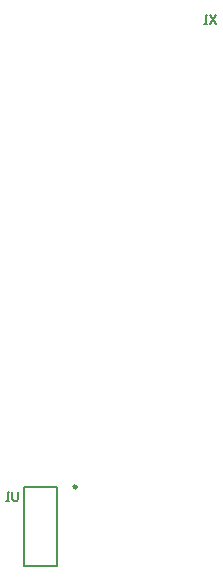
<source format=gbo>
G04 Layer_Color=13813960*
%FSLAX25Y25*%
%MOIN*%
G70*
G01*
G75*
%ADD42C,0.00787*%
%ADD43C,0.00984*%
%ADD45C,0.00700*%
D42*
X154988Y104811D02*
X166012D01*
X154988Y131189D02*
X166012D01*
X154988Y104811D02*
Y131189D01*
X166012Y104811D02*
Y131189D01*
D43*
X172409D02*
G03*
X172409Y131189I-492J0D01*
G01*
D45*
X153000Y129499D02*
Y127000D01*
X152500Y126500D01*
X151500D01*
X151001Y127000D01*
Y129499D01*
X150001Y126500D02*
X149001D01*
X149501D01*
Y129499D01*
X150001Y128999D01*
X219000Y288499D02*
X217001Y285500D01*
Y288499D02*
X219000Y285500D01*
X216001D02*
X215001D01*
X215501D01*
Y288499D01*
X216001Y287999D01*
M02*

</source>
